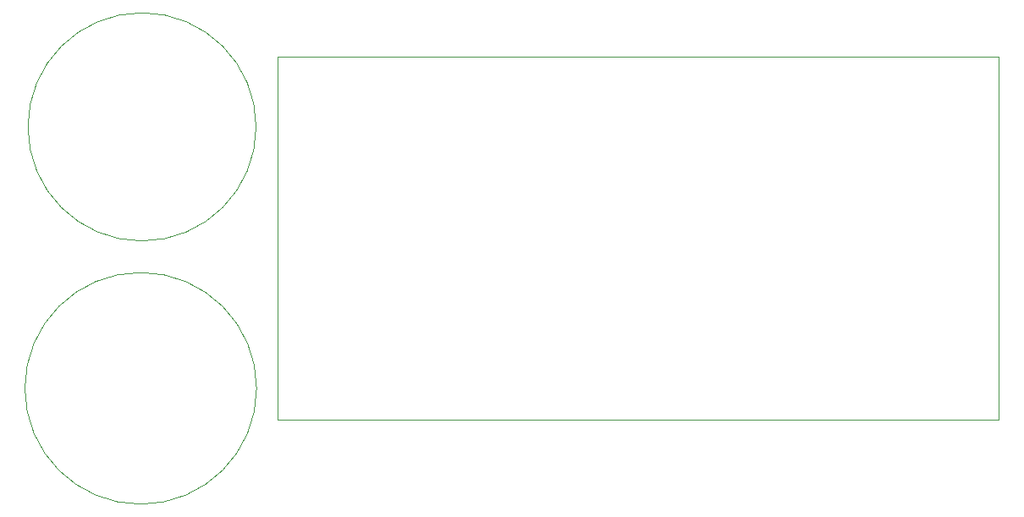
<source format=gbr>
G04 (created by PCBNEW (2013-07-07 BZR 4022)-stable) date 1/3/2014 7:24:36 AM*
%MOIN*%
G04 Gerber Fmt 3.4, Leading zero omitted, Abs format*
%FSLAX34Y34*%
G01*
G70*
G90*
G04 APERTURE LIST*
%ADD10C,0.00590551*%
%ADD11C,0.00393701*%
G04 APERTURE END LIST*
G54D10*
G54D11*
X15800Y-9100D02*
X15800Y-9900D01*
X15800Y-9900D02*
X15800Y-23400D01*
X15800Y-9100D02*
X16200Y-9100D01*
X44200Y-9100D02*
X15800Y-9100D01*
X44200Y-23400D02*
X44200Y-9100D01*
X15800Y-23400D02*
X44200Y-23400D01*
X14964Y-22150D02*
G75*
G03X14964Y-22150I-4564J0D01*
G74*
G01*
X14944Y-11850D02*
G75*
G03X14944Y-11850I-4494J0D01*
G74*
G01*
M02*

</source>
